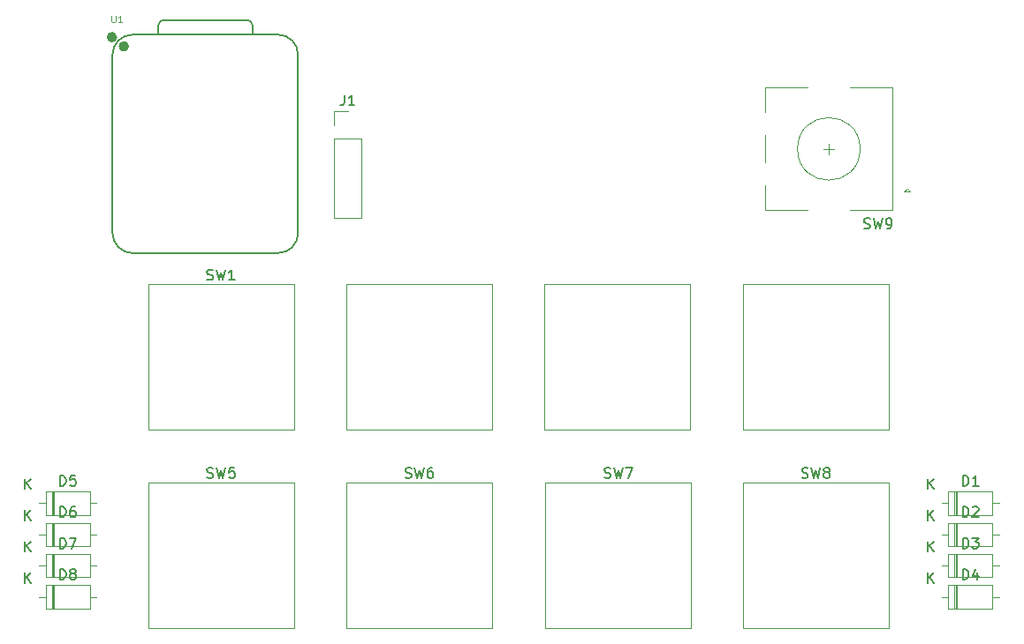
<source format=gbr>
%TF.GenerationSoftware,KiCad,Pcbnew,8.0.6*%
%TF.CreationDate,2024-10-26T22:47:32+05:30*%
%TF.ProjectId,Macropad,4d616372-6f70-4616-942e-6b696361645f,rev?*%
%TF.SameCoordinates,Original*%
%TF.FileFunction,Legend,Top*%
%TF.FilePolarity,Positive*%
%FSLAX46Y46*%
G04 Gerber Fmt 4.6, Leading zero omitted, Abs format (unit mm)*
G04 Created by KiCad (PCBNEW 8.0.6) date 2024-10-26 22:47:32*
%MOMM*%
%LPD*%
G01*
G04 APERTURE LIST*
%ADD10C,0.150000*%
%ADD11C,0.101600*%
%ADD12C,0.120000*%
%ADD13C,0.127000*%
%ADD14C,0.100000*%
%ADD15C,0.504000*%
G04 APERTURE END LIST*
D10*
X72571905Y-136334819D02*
X72571905Y-135334819D01*
X72571905Y-135334819D02*
X72810000Y-135334819D01*
X72810000Y-135334819D02*
X72952857Y-135382438D01*
X72952857Y-135382438D02*
X73048095Y-135477676D01*
X73048095Y-135477676D02*
X73095714Y-135572914D01*
X73095714Y-135572914D02*
X73143333Y-135763390D01*
X73143333Y-135763390D02*
X73143333Y-135906247D01*
X73143333Y-135906247D02*
X73095714Y-136096723D01*
X73095714Y-136096723D02*
X73048095Y-136191961D01*
X73048095Y-136191961D02*
X72952857Y-136287200D01*
X72952857Y-136287200D02*
X72810000Y-136334819D01*
X72810000Y-136334819D02*
X72571905Y-136334819D01*
X73714762Y-135763390D02*
X73619524Y-135715771D01*
X73619524Y-135715771D02*
X73571905Y-135668152D01*
X73571905Y-135668152D02*
X73524286Y-135572914D01*
X73524286Y-135572914D02*
X73524286Y-135525295D01*
X73524286Y-135525295D02*
X73571905Y-135430057D01*
X73571905Y-135430057D02*
X73619524Y-135382438D01*
X73619524Y-135382438D02*
X73714762Y-135334819D01*
X73714762Y-135334819D02*
X73905238Y-135334819D01*
X73905238Y-135334819D02*
X74000476Y-135382438D01*
X74000476Y-135382438D02*
X74048095Y-135430057D01*
X74048095Y-135430057D02*
X74095714Y-135525295D01*
X74095714Y-135525295D02*
X74095714Y-135572914D01*
X74095714Y-135572914D02*
X74048095Y-135668152D01*
X74048095Y-135668152D02*
X74000476Y-135715771D01*
X74000476Y-135715771D02*
X73905238Y-135763390D01*
X73905238Y-135763390D02*
X73714762Y-135763390D01*
X73714762Y-135763390D02*
X73619524Y-135811009D01*
X73619524Y-135811009D02*
X73571905Y-135858628D01*
X73571905Y-135858628D02*
X73524286Y-135953866D01*
X73524286Y-135953866D02*
X73524286Y-136144342D01*
X73524286Y-136144342D02*
X73571905Y-136239580D01*
X73571905Y-136239580D02*
X73619524Y-136287200D01*
X73619524Y-136287200D02*
X73714762Y-136334819D01*
X73714762Y-136334819D02*
X73905238Y-136334819D01*
X73905238Y-136334819D02*
X74000476Y-136287200D01*
X74000476Y-136287200D02*
X74048095Y-136239580D01*
X74048095Y-136239580D02*
X74095714Y-136144342D01*
X74095714Y-136144342D02*
X74095714Y-135953866D01*
X74095714Y-135953866D02*
X74048095Y-135858628D01*
X74048095Y-135858628D02*
X74000476Y-135811009D01*
X74000476Y-135811009D02*
X73905238Y-135763390D01*
X69238095Y-136654819D02*
X69238095Y-135654819D01*
X69809523Y-136654819D02*
X69380952Y-136083390D01*
X69809523Y-135654819D02*
X69238095Y-136226247D01*
X149616667Y-102607200D02*
X149759524Y-102654819D01*
X149759524Y-102654819D02*
X149997619Y-102654819D01*
X149997619Y-102654819D02*
X150092857Y-102607200D01*
X150092857Y-102607200D02*
X150140476Y-102559580D01*
X150140476Y-102559580D02*
X150188095Y-102464342D01*
X150188095Y-102464342D02*
X150188095Y-102369104D01*
X150188095Y-102369104D02*
X150140476Y-102273866D01*
X150140476Y-102273866D02*
X150092857Y-102226247D01*
X150092857Y-102226247D02*
X149997619Y-102178628D01*
X149997619Y-102178628D02*
X149807143Y-102131009D01*
X149807143Y-102131009D02*
X149711905Y-102083390D01*
X149711905Y-102083390D02*
X149664286Y-102035771D01*
X149664286Y-102035771D02*
X149616667Y-101940533D01*
X149616667Y-101940533D02*
X149616667Y-101845295D01*
X149616667Y-101845295D02*
X149664286Y-101750057D01*
X149664286Y-101750057D02*
X149711905Y-101702438D01*
X149711905Y-101702438D02*
X149807143Y-101654819D01*
X149807143Y-101654819D02*
X150045238Y-101654819D01*
X150045238Y-101654819D02*
X150188095Y-101702438D01*
X150521429Y-101654819D02*
X150759524Y-102654819D01*
X150759524Y-102654819D02*
X150950000Y-101940533D01*
X150950000Y-101940533D02*
X151140476Y-102654819D01*
X151140476Y-102654819D02*
X151378572Y-101654819D01*
X151807143Y-102654819D02*
X151997619Y-102654819D01*
X151997619Y-102654819D02*
X152092857Y-102607200D01*
X152092857Y-102607200D02*
X152140476Y-102559580D01*
X152140476Y-102559580D02*
X152235714Y-102416723D01*
X152235714Y-102416723D02*
X152283333Y-102226247D01*
X152283333Y-102226247D02*
X152283333Y-101845295D01*
X152283333Y-101845295D02*
X152235714Y-101750057D01*
X152235714Y-101750057D02*
X152188095Y-101702438D01*
X152188095Y-101702438D02*
X152092857Y-101654819D01*
X152092857Y-101654819D02*
X151902381Y-101654819D01*
X151902381Y-101654819D02*
X151807143Y-101702438D01*
X151807143Y-101702438D02*
X151759524Y-101750057D01*
X151759524Y-101750057D02*
X151711905Y-101845295D01*
X151711905Y-101845295D02*
X151711905Y-102083390D01*
X151711905Y-102083390D02*
X151759524Y-102178628D01*
X151759524Y-102178628D02*
X151807143Y-102226247D01*
X151807143Y-102226247D02*
X151902381Y-102273866D01*
X151902381Y-102273866D02*
X152092857Y-102273866D01*
X152092857Y-102273866D02*
X152188095Y-102226247D01*
X152188095Y-102226247D02*
X152235714Y-102178628D01*
X152235714Y-102178628D02*
X152283333Y-102083390D01*
X143666667Y-126533200D02*
X143809524Y-126580819D01*
X143809524Y-126580819D02*
X144047619Y-126580819D01*
X144047619Y-126580819D02*
X144142857Y-126533200D01*
X144142857Y-126533200D02*
X144190476Y-126485580D01*
X144190476Y-126485580D02*
X144238095Y-126390342D01*
X144238095Y-126390342D02*
X144238095Y-126295104D01*
X144238095Y-126295104D02*
X144190476Y-126199866D01*
X144190476Y-126199866D02*
X144142857Y-126152247D01*
X144142857Y-126152247D02*
X144047619Y-126104628D01*
X144047619Y-126104628D02*
X143857143Y-126057009D01*
X143857143Y-126057009D02*
X143761905Y-126009390D01*
X143761905Y-126009390D02*
X143714286Y-125961771D01*
X143714286Y-125961771D02*
X143666667Y-125866533D01*
X143666667Y-125866533D02*
X143666667Y-125771295D01*
X143666667Y-125771295D02*
X143714286Y-125676057D01*
X143714286Y-125676057D02*
X143761905Y-125628438D01*
X143761905Y-125628438D02*
X143857143Y-125580819D01*
X143857143Y-125580819D02*
X144095238Y-125580819D01*
X144095238Y-125580819D02*
X144238095Y-125628438D01*
X144571429Y-125580819D02*
X144809524Y-126580819D01*
X144809524Y-126580819D02*
X145000000Y-125866533D01*
X145000000Y-125866533D02*
X145190476Y-126580819D01*
X145190476Y-126580819D02*
X145428572Y-125580819D01*
X145952381Y-126009390D02*
X145857143Y-125961771D01*
X145857143Y-125961771D02*
X145809524Y-125914152D01*
X145809524Y-125914152D02*
X145761905Y-125818914D01*
X145761905Y-125818914D02*
X145761905Y-125771295D01*
X145761905Y-125771295D02*
X145809524Y-125676057D01*
X145809524Y-125676057D02*
X145857143Y-125628438D01*
X145857143Y-125628438D02*
X145952381Y-125580819D01*
X145952381Y-125580819D02*
X146142857Y-125580819D01*
X146142857Y-125580819D02*
X146238095Y-125628438D01*
X146238095Y-125628438D02*
X146285714Y-125676057D01*
X146285714Y-125676057D02*
X146333333Y-125771295D01*
X146333333Y-125771295D02*
X146333333Y-125818914D01*
X146333333Y-125818914D02*
X146285714Y-125914152D01*
X146285714Y-125914152D02*
X146238095Y-125961771D01*
X146238095Y-125961771D02*
X146142857Y-126009390D01*
X146142857Y-126009390D02*
X145952381Y-126009390D01*
X145952381Y-126009390D02*
X145857143Y-126057009D01*
X145857143Y-126057009D02*
X145809524Y-126104628D01*
X145809524Y-126104628D02*
X145761905Y-126199866D01*
X145761905Y-126199866D02*
X145761905Y-126390342D01*
X145761905Y-126390342D02*
X145809524Y-126485580D01*
X145809524Y-126485580D02*
X145857143Y-126533200D01*
X145857143Y-126533200D02*
X145952381Y-126580819D01*
X145952381Y-126580819D02*
X146142857Y-126580819D01*
X146142857Y-126580819D02*
X146238095Y-126533200D01*
X146238095Y-126533200D02*
X146285714Y-126485580D01*
X146285714Y-126485580D02*
X146333333Y-126390342D01*
X146333333Y-126390342D02*
X146333333Y-126199866D01*
X146333333Y-126199866D02*
X146285714Y-126104628D01*
X146285714Y-126104628D02*
X146238095Y-126057009D01*
X146238095Y-126057009D02*
X146142857Y-126009390D01*
X159071905Y-136334819D02*
X159071905Y-135334819D01*
X159071905Y-135334819D02*
X159310000Y-135334819D01*
X159310000Y-135334819D02*
X159452857Y-135382438D01*
X159452857Y-135382438D02*
X159548095Y-135477676D01*
X159548095Y-135477676D02*
X159595714Y-135572914D01*
X159595714Y-135572914D02*
X159643333Y-135763390D01*
X159643333Y-135763390D02*
X159643333Y-135906247D01*
X159643333Y-135906247D02*
X159595714Y-136096723D01*
X159595714Y-136096723D02*
X159548095Y-136191961D01*
X159548095Y-136191961D02*
X159452857Y-136287200D01*
X159452857Y-136287200D02*
X159310000Y-136334819D01*
X159310000Y-136334819D02*
X159071905Y-136334819D01*
X160500476Y-135668152D02*
X160500476Y-136334819D01*
X160262381Y-135287200D02*
X160024286Y-136001485D01*
X160024286Y-136001485D02*
X160643333Y-136001485D01*
X155738095Y-136654819D02*
X155738095Y-135654819D01*
X156309523Y-136654819D02*
X155880952Y-136083390D01*
X156309523Y-135654819D02*
X155738095Y-136226247D01*
D11*
X77516190Y-82233479D02*
X77516190Y-82747526D01*
X77516190Y-82747526D02*
X77546428Y-82808002D01*
X77546428Y-82808002D02*
X77576666Y-82838241D01*
X77576666Y-82838241D02*
X77637142Y-82868479D01*
X77637142Y-82868479D02*
X77758095Y-82868479D01*
X77758095Y-82868479D02*
X77818571Y-82838241D01*
X77818571Y-82838241D02*
X77848809Y-82808002D01*
X77848809Y-82808002D02*
X77879047Y-82747526D01*
X77879047Y-82747526D02*
X77879047Y-82233479D01*
X78514047Y-82868479D02*
X78151190Y-82868479D01*
X78332618Y-82868479D02*
X78332618Y-82233479D01*
X78332618Y-82233479D02*
X78272142Y-82324193D01*
X78272142Y-82324193D02*
X78211666Y-82384669D01*
X78211666Y-82384669D02*
X78151190Y-82414907D01*
D10*
X105666667Y-126533200D02*
X105809524Y-126580819D01*
X105809524Y-126580819D02*
X106047619Y-126580819D01*
X106047619Y-126580819D02*
X106142857Y-126533200D01*
X106142857Y-126533200D02*
X106190476Y-126485580D01*
X106190476Y-126485580D02*
X106238095Y-126390342D01*
X106238095Y-126390342D02*
X106238095Y-126295104D01*
X106238095Y-126295104D02*
X106190476Y-126199866D01*
X106190476Y-126199866D02*
X106142857Y-126152247D01*
X106142857Y-126152247D02*
X106047619Y-126104628D01*
X106047619Y-126104628D02*
X105857143Y-126057009D01*
X105857143Y-126057009D02*
X105761905Y-126009390D01*
X105761905Y-126009390D02*
X105714286Y-125961771D01*
X105714286Y-125961771D02*
X105666667Y-125866533D01*
X105666667Y-125866533D02*
X105666667Y-125771295D01*
X105666667Y-125771295D02*
X105714286Y-125676057D01*
X105714286Y-125676057D02*
X105761905Y-125628438D01*
X105761905Y-125628438D02*
X105857143Y-125580819D01*
X105857143Y-125580819D02*
X106095238Y-125580819D01*
X106095238Y-125580819D02*
X106238095Y-125628438D01*
X106571429Y-125580819D02*
X106809524Y-126580819D01*
X106809524Y-126580819D02*
X107000000Y-125866533D01*
X107000000Y-125866533D02*
X107190476Y-126580819D01*
X107190476Y-126580819D02*
X107428572Y-125580819D01*
X108238095Y-125580819D02*
X108047619Y-125580819D01*
X108047619Y-125580819D02*
X107952381Y-125628438D01*
X107952381Y-125628438D02*
X107904762Y-125676057D01*
X107904762Y-125676057D02*
X107809524Y-125818914D01*
X107809524Y-125818914D02*
X107761905Y-126009390D01*
X107761905Y-126009390D02*
X107761905Y-126390342D01*
X107761905Y-126390342D02*
X107809524Y-126485580D01*
X107809524Y-126485580D02*
X107857143Y-126533200D01*
X107857143Y-126533200D02*
X107952381Y-126580819D01*
X107952381Y-126580819D02*
X108142857Y-126580819D01*
X108142857Y-126580819D02*
X108238095Y-126533200D01*
X108238095Y-126533200D02*
X108285714Y-126485580D01*
X108285714Y-126485580D02*
X108333333Y-126390342D01*
X108333333Y-126390342D02*
X108333333Y-126152247D01*
X108333333Y-126152247D02*
X108285714Y-126057009D01*
X108285714Y-126057009D02*
X108238095Y-126009390D01*
X108238095Y-126009390D02*
X108142857Y-125961771D01*
X108142857Y-125961771D02*
X107952381Y-125961771D01*
X107952381Y-125961771D02*
X107857143Y-126009390D01*
X107857143Y-126009390D02*
X107809524Y-126057009D01*
X107809524Y-126057009D02*
X107761905Y-126152247D01*
X159071905Y-127334819D02*
X159071905Y-126334819D01*
X159071905Y-126334819D02*
X159310000Y-126334819D01*
X159310000Y-126334819D02*
X159452857Y-126382438D01*
X159452857Y-126382438D02*
X159548095Y-126477676D01*
X159548095Y-126477676D02*
X159595714Y-126572914D01*
X159595714Y-126572914D02*
X159643333Y-126763390D01*
X159643333Y-126763390D02*
X159643333Y-126906247D01*
X159643333Y-126906247D02*
X159595714Y-127096723D01*
X159595714Y-127096723D02*
X159548095Y-127191961D01*
X159548095Y-127191961D02*
X159452857Y-127287200D01*
X159452857Y-127287200D02*
X159310000Y-127334819D01*
X159310000Y-127334819D02*
X159071905Y-127334819D01*
X160595714Y-127334819D02*
X160024286Y-127334819D01*
X160310000Y-127334819D02*
X160310000Y-126334819D01*
X160310000Y-126334819D02*
X160214762Y-126477676D01*
X160214762Y-126477676D02*
X160119524Y-126572914D01*
X160119524Y-126572914D02*
X160024286Y-126620533D01*
X155738095Y-127654819D02*
X155738095Y-126654819D01*
X156309523Y-127654819D02*
X155880952Y-127083390D01*
X156309523Y-126654819D02*
X155738095Y-127226247D01*
X72571905Y-133334819D02*
X72571905Y-132334819D01*
X72571905Y-132334819D02*
X72810000Y-132334819D01*
X72810000Y-132334819D02*
X72952857Y-132382438D01*
X72952857Y-132382438D02*
X73048095Y-132477676D01*
X73048095Y-132477676D02*
X73095714Y-132572914D01*
X73095714Y-132572914D02*
X73143333Y-132763390D01*
X73143333Y-132763390D02*
X73143333Y-132906247D01*
X73143333Y-132906247D02*
X73095714Y-133096723D01*
X73095714Y-133096723D02*
X73048095Y-133191961D01*
X73048095Y-133191961D02*
X72952857Y-133287200D01*
X72952857Y-133287200D02*
X72810000Y-133334819D01*
X72810000Y-133334819D02*
X72571905Y-133334819D01*
X73476667Y-132334819D02*
X74143333Y-132334819D01*
X74143333Y-132334819D02*
X73714762Y-133334819D01*
X69238095Y-133654819D02*
X69238095Y-132654819D01*
X69809523Y-133654819D02*
X69380952Y-133083390D01*
X69809523Y-132654819D02*
X69238095Y-133226247D01*
X99816666Y-89824819D02*
X99816666Y-90539104D01*
X99816666Y-90539104D02*
X99769047Y-90681961D01*
X99769047Y-90681961D02*
X99673809Y-90777200D01*
X99673809Y-90777200D02*
X99530952Y-90824819D01*
X99530952Y-90824819D02*
X99435714Y-90824819D01*
X100816666Y-90824819D02*
X100245238Y-90824819D01*
X100530952Y-90824819D02*
X100530952Y-89824819D01*
X100530952Y-89824819D02*
X100435714Y-89967676D01*
X100435714Y-89967676D02*
X100340476Y-90062914D01*
X100340476Y-90062914D02*
X100245238Y-90110533D01*
X86666667Y-107533200D02*
X86809524Y-107580819D01*
X86809524Y-107580819D02*
X87047619Y-107580819D01*
X87047619Y-107580819D02*
X87142857Y-107533200D01*
X87142857Y-107533200D02*
X87190476Y-107485580D01*
X87190476Y-107485580D02*
X87238095Y-107390342D01*
X87238095Y-107390342D02*
X87238095Y-107295104D01*
X87238095Y-107295104D02*
X87190476Y-107199866D01*
X87190476Y-107199866D02*
X87142857Y-107152247D01*
X87142857Y-107152247D02*
X87047619Y-107104628D01*
X87047619Y-107104628D02*
X86857143Y-107057009D01*
X86857143Y-107057009D02*
X86761905Y-107009390D01*
X86761905Y-107009390D02*
X86714286Y-106961771D01*
X86714286Y-106961771D02*
X86666667Y-106866533D01*
X86666667Y-106866533D02*
X86666667Y-106771295D01*
X86666667Y-106771295D02*
X86714286Y-106676057D01*
X86714286Y-106676057D02*
X86761905Y-106628438D01*
X86761905Y-106628438D02*
X86857143Y-106580819D01*
X86857143Y-106580819D02*
X87095238Y-106580819D01*
X87095238Y-106580819D02*
X87238095Y-106628438D01*
X87571429Y-106580819D02*
X87809524Y-107580819D01*
X87809524Y-107580819D02*
X88000000Y-106866533D01*
X88000000Y-106866533D02*
X88190476Y-107580819D01*
X88190476Y-107580819D02*
X88428572Y-106580819D01*
X89333333Y-107580819D02*
X88761905Y-107580819D01*
X89047619Y-107580819D02*
X89047619Y-106580819D01*
X89047619Y-106580819D02*
X88952381Y-106723676D01*
X88952381Y-106723676D02*
X88857143Y-106818914D01*
X88857143Y-106818914D02*
X88761905Y-106866533D01*
X159071905Y-130334819D02*
X159071905Y-129334819D01*
X159071905Y-129334819D02*
X159310000Y-129334819D01*
X159310000Y-129334819D02*
X159452857Y-129382438D01*
X159452857Y-129382438D02*
X159548095Y-129477676D01*
X159548095Y-129477676D02*
X159595714Y-129572914D01*
X159595714Y-129572914D02*
X159643333Y-129763390D01*
X159643333Y-129763390D02*
X159643333Y-129906247D01*
X159643333Y-129906247D02*
X159595714Y-130096723D01*
X159595714Y-130096723D02*
X159548095Y-130191961D01*
X159548095Y-130191961D02*
X159452857Y-130287200D01*
X159452857Y-130287200D02*
X159310000Y-130334819D01*
X159310000Y-130334819D02*
X159071905Y-130334819D01*
X160024286Y-129430057D02*
X160071905Y-129382438D01*
X160071905Y-129382438D02*
X160167143Y-129334819D01*
X160167143Y-129334819D02*
X160405238Y-129334819D01*
X160405238Y-129334819D02*
X160500476Y-129382438D01*
X160500476Y-129382438D02*
X160548095Y-129430057D01*
X160548095Y-129430057D02*
X160595714Y-129525295D01*
X160595714Y-129525295D02*
X160595714Y-129620533D01*
X160595714Y-129620533D02*
X160548095Y-129763390D01*
X160548095Y-129763390D02*
X159976667Y-130334819D01*
X159976667Y-130334819D02*
X160595714Y-130334819D01*
X155738095Y-130654819D02*
X155738095Y-129654819D01*
X156309523Y-130654819D02*
X155880952Y-130083390D01*
X156309523Y-129654819D02*
X155738095Y-130226247D01*
X159071905Y-133334819D02*
X159071905Y-132334819D01*
X159071905Y-132334819D02*
X159310000Y-132334819D01*
X159310000Y-132334819D02*
X159452857Y-132382438D01*
X159452857Y-132382438D02*
X159548095Y-132477676D01*
X159548095Y-132477676D02*
X159595714Y-132572914D01*
X159595714Y-132572914D02*
X159643333Y-132763390D01*
X159643333Y-132763390D02*
X159643333Y-132906247D01*
X159643333Y-132906247D02*
X159595714Y-133096723D01*
X159595714Y-133096723D02*
X159548095Y-133191961D01*
X159548095Y-133191961D02*
X159452857Y-133287200D01*
X159452857Y-133287200D02*
X159310000Y-133334819D01*
X159310000Y-133334819D02*
X159071905Y-133334819D01*
X159976667Y-132334819D02*
X160595714Y-132334819D01*
X160595714Y-132334819D02*
X160262381Y-132715771D01*
X160262381Y-132715771D02*
X160405238Y-132715771D01*
X160405238Y-132715771D02*
X160500476Y-132763390D01*
X160500476Y-132763390D02*
X160548095Y-132811009D01*
X160548095Y-132811009D02*
X160595714Y-132906247D01*
X160595714Y-132906247D02*
X160595714Y-133144342D01*
X160595714Y-133144342D02*
X160548095Y-133239580D01*
X160548095Y-133239580D02*
X160500476Y-133287200D01*
X160500476Y-133287200D02*
X160405238Y-133334819D01*
X160405238Y-133334819D02*
X160119524Y-133334819D01*
X160119524Y-133334819D02*
X160024286Y-133287200D01*
X160024286Y-133287200D02*
X159976667Y-133239580D01*
X155738095Y-133654819D02*
X155738095Y-132654819D01*
X156309523Y-133654819D02*
X155880952Y-133083390D01*
X156309523Y-132654819D02*
X155738095Y-133226247D01*
X86666667Y-126533200D02*
X86809524Y-126580819D01*
X86809524Y-126580819D02*
X87047619Y-126580819D01*
X87047619Y-126580819D02*
X87142857Y-126533200D01*
X87142857Y-126533200D02*
X87190476Y-126485580D01*
X87190476Y-126485580D02*
X87238095Y-126390342D01*
X87238095Y-126390342D02*
X87238095Y-126295104D01*
X87238095Y-126295104D02*
X87190476Y-126199866D01*
X87190476Y-126199866D02*
X87142857Y-126152247D01*
X87142857Y-126152247D02*
X87047619Y-126104628D01*
X87047619Y-126104628D02*
X86857143Y-126057009D01*
X86857143Y-126057009D02*
X86761905Y-126009390D01*
X86761905Y-126009390D02*
X86714286Y-125961771D01*
X86714286Y-125961771D02*
X86666667Y-125866533D01*
X86666667Y-125866533D02*
X86666667Y-125771295D01*
X86666667Y-125771295D02*
X86714286Y-125676057D01*
X86714286Y-125676057D02*
X86761905Y-125628438D01*
X86761905Y-125628438D02*
X86857143Y-125580819D01*
X86857143Y-125580819D02*
X87095238Y-125580819D01*
X87095238Y-125580819D02*
X87238095Y-125628438D01*
X87571429Y-125580819D02*
X87809524Y-126580819D01*
X87809524Y-126580819D02*
X88000000Y-125866533D01*
X88000000Y-125866533D02*
X88190476Y-126580819D01*
X88190476Y-126580819D02*
X88428572Y-125580819D01*
X89285714Y-125580819D02*
X88809524Y-125580819D01*
X88809524Y-125580819D02*
X88761905Y-126057009D01*
X88761905Y-126057009D02*
X88809524Y-126009390D01*
X88809524Y-126009390D02*
X88904762Y-125961771D01*
X88904762Y-125961771D02*
X89142857Y-125961771D01*
X89142857Y-125961771D02*
X89238095Y-126009390D01*
X89238095Y-126009390D02*
X89285714Y-126057009D01*
X89285714Y-126057009D02*
X89333333Y-126152247D01*
X89333333Y-126152247D02*
X89333333Y-126390342D01*
X89333333Y-126390342D02*
X89285714Y-126485580D01*
X89285714Y-126485580D02*
X89238095Y-126533200D01*
X89238095Y-126533200D02*
X89142857Y-126580819D01*
X89142857Y-126580819D02*
X88904762Y-126580819D01*
X88904762Y-126580819D02*
X88809524Y-126533200D01*
X88809524Y-126533200D02*
X88761905Y-126485580D01*
X72571905Y-130334819D02*
X72571905Y-129334819D01*
X72571905Y-129334819D02*
X72810000Y-129334819D01*
X72810000Y-129334819D02*
X72952857Y-129382438D01*
X72952857Y-129382438D02*
X73048095Y-129477676D01*
X73048095Y-129477676D02*
X73095714Y-129572914D01*
X73095714Y-129572914D02*
X73143333Y-129763390D01*
X73143333Y-129763390D02*
X73143333Y-129906247D01*
X73143333Y-129906247D02*
X73095714Y-130096723D01*
X73095714Y-130096723D02*
X73048095Y-130191961D01*
X73048095Y-130191961D02*
X72952857Y-130287200D01*
X72952857Y-130287200D02*
X72810000Y-130334819D01*
X72810000Y-130334819D02*
X72571905Y-130334819D01*
X74000476Y-129334819D02*
X73810000Y-129334819D01*
X73810000Y-129334819D02*
X73714762Y-129382438D01*
X73714762Y-129382438D02*
X73667143Y-129430057D01*
X73667143Y-129430057D02*
X73571905Y-129572914D01*
X73571905Y-129572914D02*
X73524286Y-129763390D01*
X73524286Y-129763390D02*
X73524286Y-130144342D01*
X73524286Y-130144342D02*
X73571905Y-130239580D01*
X73571905Y-130239580D02*
X73619524Y-130287200D01*
X73619524Y-130287200D02*
X73714762Y-130334819D01*
X73714762Y-130334819D02*
X73905238Y-130334819D01*
X73905238Y-130334819D02*
X74000476Y-130287200D01*
X74000476Y-130287200D02*
X74048095Y-130239580D01*
X74048095Y-130239580D02*
X74095714Y-130144342D01*
X74095714Y-130144342D02*
X74095714Y-129906247D01*
X74095714Y-129906247D02*
X74048095Y-129811009D01*
X74048095Y-129811009D02*
X74000476Y-129763390D01*
X74000476Y-129763390D02*
X73905238Y-129715771D01*
X73905238Y-129715771D02*
X73714762Y-129715771D01*
X73714762Y-129715771D02*
X73619524Y-129763390D01*
X73619524Y-129763390D02*
X73571905Y-129811009D01*
X73571905Y-129811009D02*
X73524286Y-129906247D01*
X69238095Y-130654819D02*
X69238095Y-129654819D01*
X69809523Y-130654819D02*
X69380952Y-130083390D01*
X69809523Y-129654819D02*
X69238095Y-130226247D01*
X72571905Y-127334819D02*
X72571905Y-126334819D01*
X72571905Y-126334819D02*
X72810000Y-126334819D01*
X72810000Y-126334819D02*
X72952857Y-126382438D01*
X72952857Y-126382438D02*
X73048095Y-126477676D01*
X73048095Y-126477676D02*
X73095714Y-126572914D01*
X73095714Y-126572914D02*
X73143333Y-126763390D01*
X73143333Y-126763390D02*
X73143333Y-126906247D01*
X73143333Y-126906247D02*
X73095714Y-127096723D01*
X73095714Y-127096723D02*
X73048095Y-127191961D01*
X73048095Y-127191961D02*
X72952857Y-127287200D01*
X72952857Y-127287200D02*
X72810000Y-127334819D01*
X72810000Y-127334819D02*
X72571905Y-127334819D01*
X74048095Y-126334819D02*
X73571905Y-126334819D01*
X73571905Y-126334819D02*
X73524286Y-126811009D01*
X73524286Y-126811009D02*
X73571905Y-126763390D01*
X73571905Y-126763390D02*
X73667143Y-126715771D01*
X73667143Y-126715771D02*
X73905238Y-126715771D01*
X73905238Y-126715771D02*
X74000476Y-126763390D01*
X74000476Y-126763390D02*
X74048095Y-126811009D01*
X74048095Y-126811009D02*
X74095714Y-126906247D01*
X74095714Y-126906247D02*
X74095714Y-127144342D01*
X74095714Y-127144342D02*
X74048095Y-127239580D01*
X74048095Y-127239580D02*
X74000476Y-127287200D01*
X74000476Y-127287200D02*
X73905238Y-127334819D01*
X73905238Y-127334819D02*
X73667143Y-127334819D01*
X73667143Y-127334819D02*
X73571905Y-127287200D01*
X73571905Y-127287200D02*
X73524286Y-127239580D01*
X69238095Y-127654819D02*
X69238095Y-126654819D01*
X69809523Y-127654819D02*
X69380952Y-127083390D01*
X69809523Y-126654819D02*
X69238095Y-127226247D01*
X124746667Y-126533200D02*
X124889524Y-126580819D01*
X124889524Y-126580819D02*
X125127619Y-126580819D01*
X125127619Y-126580819D02*
X125222857Y-126533200D01*
X125222857Y-126533200D02*
X125270476Y-126485580D01*
X125270476Y-126485580D02*
X125318095Y-126390342D01*
X125318095Y-126390342D02*
X125318095Y-126295104D01*
X125318095Y-126295104D02*
X125270476Y-126199866D01*
X125270476Y-126199866D02*
X125222857Y-126152247D01*
X125222857Y-126152247D02*
X125127619Y-126104628D01*
X125127619Y-126104628D02*
X124937143Y-126057009D01*
X124937143Y-126057009D02*
X124841905Y-126009390D01*
X124841905Y-126009390D02*
X124794286Y-125961771D01*
X124794286Y-125961771D02*
X124746667Y-125866533D01*
X124746667Y-125866533D02*
X124746667Y-125771295D01*
X124746667Y-125771295D02*
X124794286Y-125676057D01*
X124794286Y-125676057D02*
X124841905Y-125628438D01*
X124841905Y-125628438D02*
X124937143Y-125580819D01*
X124937143Y-125580819D02*
X125175238Y-125580819D01*
X125175238Y-125580819D02*
X125318095Y-125628438D01*
X125651429Y-125580819D02*
X125889524Y-126580819D01*
X125889524Y-126580819D02*
X126080000Y-125866533D01*
X126080000Y-125866533D02*
X126270476Y-126580819D01*
X126270476Y-126580819D02*
X126508572Y-125580819D01*
X126794286Y-125580819D02*
X127460952Y-125580819D01*
X127460952Y-125580819D02*
X127032381Y-126580819D01*
D12*
%TO.C,SW3*%
X119015000Y-108015000D02*
X132985000Y-108015000D01*
X119015000Y-121985000D02*
X119015000Y-108015000D01*
X132985000Y-108015000D02*
X132985000Y-121985000D01*
X132985000Y-121985000D02*
X119015000Y-121985000D01*
%TO.C,D8*%
X70540000Y-138000000D02*
X71190000Y-138000000D01*
X71190000Y-136880000D02*
X71190000Y-139120000D01*
X71190000Y-139120000D02*
X75430000Y-139120000D01*
X71790000Y-136880000D02*
X71790000Y-139120000D01*
X71910000Y-136880000D02*
X71910000Y-139120000D01*
X72030000Y-136880000D02*
X72030000Y-139120000D01*
X75430000Y-136880000D02*
X71190000Y-136880000D01*
X75430000Y-139120000D02*
X75430000Y-136880000D01*
X76080000Y-138000000D02*
X75430000Y-138000000D01*
%TO.C,SW9*%
X140150000Y-89100000D02*
X144250000Y-89100000D01*
X140150000Y-91500000D02*
X140150000Y-89100000D01*
X140150000Y-96300000D02*
X140150000Y-93700000D01*
X140150000Y-100900000D02*
X140150000Y-98500000D01*
X144250000Y-100900000D02*
X140150000Y-100900000D01*
X146250000Y-95500000D02*
X146250000Y-94500000D01*
X146750000Y-95000000D02*
X145750000Y-95000000D01*
X148250000Y-89100000D02*
X152350000Y-89100000D01*
X148250000Y-100900000D02*
X152350000Y-100900000D01*
X152350000Y-100900000D02*
X152350000Y-89100000D01*
X153450000Y-99100000D02*
X153750000Y-98800000D01*
X153750000Y-98800000D02*
X154050000Y-99100000D01*
X154050000Y-99100000D02*
X153450000Y-99100000D01*
X149250000Y-95000000D02*
G75*
G02*
X143250000Y-95000000I-3000000J0D01*
G01*
X143250000Y-95000000D02*
G75*
G02*
X149250000Y-95000000I3000000J0D01*
G01*
%TO.C,SW8*%
X138015000Y-127015000D02*
X151985000Y-127015000D01*
X138015000Y-140985000D02*
X138015000Y-127015000D01*
X151985000Y-127015000D02*
X151985000Y-140985000D01*
X151985000Y-140985000D02*
X138015000Y-140985000D01*
%TO.C,D4*%
X157040000Y-138000000D02*
X157690000Y-138000000D01*
X157690000Y-136880000D02*
X157690000Y-139120000D01*
X157690000Y-139120000D02*
X161930000Y-139120000D01*
X158290000Y-136880000D02*
X158290000Y-139120000D01*
X158410000Y-136880000D02*
X158410000Y-139120000D01*
X158530000Y-136880000D02*
X158530000Y-139120000D01*
X161930000Y-136880000D02*
X157690000Y-136880000D01*
X161930000Y-139120000D02*
X161930000Y-136880000D01*
X162580000Y-138000000D02*
X161930000Y-138000000D01*
%TO.C,SW4*%
X138015000Y-108015000D02*
X151985000Y-108015000D01*
X138015000Y-121985000D02*
X138015000Y-108015000D01*
X151985000Y-108015000D02*
X151985000Y-121985000D01*
X151985000Y-121985000D02*
X138015000Y-121985000D01*
D13*
%TO.C,U1*%
X77610000Y-103089000D02*
X77610000Y-85944000D01*
X79515000Y-104994000D02*
X93485000Y-104994000D01*
X82005000Y-84039000D02*
X82008728Y-83128728D01*
X82508728Y-82629000D02*
X90504000Y-82629000D01*
X91004000Y-83129000D02*
X91004000Y-84039000D01*
D14*
X93485000Y-84039000D02*
X79515000Y-84039000D01*
D13*
X93485000Y-84039000D02*
X79515000Y-84039000D01*
X95390000Y-103089000D02*
X95390000Y-85944000D01*
X77610000Y-85944000D02*
G75*
G02*
X79515000Y-84039000I1905001J-1D01*
G01*
X79515000Y-104994000D02*
G75*
G02*
X77610000Y-103089000I1J1905001D01*
G01*
X82008728Y-83128728D02*
G75*
G02*
X82508728Y-82629001I500018J-291D01*
G01*
X90504000Y-82629000D02*
G75*
G02*
X91004000Y-83129000I0J-500000D01*
G01*
X93485000Y-84039000D02*
G75*
G02*
X95390000Y-85944000I0J-1905000D01*
G01*
X95390000Y-103089000D02*
G75*
G02*
X93485000Y-104994000I-1905000J0D01*
G01*
D15*
X77802000Y-84280000D02*
G75*
G02*
X77298000Y-84280000I-252000J0D01*
G01*
X77298000Y-84280000D02*
G75*
G02*
X77802000Y-84280000I252000J0D01*
G01*
X78945000Y-85160000D02*
G75*
G02*
X78441000Y-85160000I-252000J0D01*
G01*
X78441000Y-85160000D02*
G75*
G02*
X78945000Y-85160000I252000J0D01*
G01*
D12*
%TO.C,SW6*%
X100015000Y-127015000D02*
X113985000Y-127015000D01*
X100015000Y-140985000D02*
X100015000Y-127015000D01*
X113985000Y-127015000D02*
X113985000Y-140985000D01*
X113985000Y-140985000D02*
X100015000Y-140985000D01*
%TO.C,D1*%
X157040000Y-129000000D02*
X157690000Y-129000000D01*
X157690000Y-127880000D02*
X157690000Y-130120000D01*
X157690000Y-130120000D02*
X161930000Y-130120000D01*
X158290000Y-127880000D02*
X158290000Y-130120000D01*
X158410000Y-127880000D02*
X158410000Y-130120000D01*
X158530000Y-127880000D02*
X158530000Y-130120000D01*
X161930000Y-127880000D02*
X157690000Y-127880000D01*
X161930000Y-130120000D02*
X161930000Y-127880000D01*
X162580000Y-129000000D02*
X161930000Y-129000000D01*
%TO.C,D7*%
X70540000Y-135000000D02*
X71190000Y-135000000D01*
X71190000Y-133880000D02*
X71190000Y-136120000D01*
X71190000Y-136120000D02*
X75430000Y-136120000D01*
X71790000Y-133880000D02*
X71790000Y-136120000D01*
X71910000Y-133880000D02*
X71910000Y-136120000D01*
X72030000Y-133880000D02*
X72030000Y-136120000D01*
X75430000Y-133880000D02*
X71190000Y-133880000D01*
X75430000Y-136120000D02*
X75430000Y-133880000D01*
X76080000Y-135000000D02*
X75430000Y-135000000D01*
%TO.C,J1*%
X98820000Y-91370000D02*
X100150000Y-91370000D01*
X98820000Y-92700000D02*
X98820000Y-91370000D01*
X98820000Y-93970000D02*
X98820000Y-101650000D01*
X98820000Y-93970000D02*
X101480000Y-93970000D01*
X98820000Y-101650000D02*
X101480000Y-101650000D01*
X101480000Y-93970000D02*
X101480000Y-101650000D01*
%TO.C,SW2*%
X100015000Y-108015000D02*
X113985000Y-108015000D01*
X100015000Y-121985000D02*
X100015000Y-108015000D01*
X113985000Y-108015000D02*
X113985000Y-121985000D01*
X113985000Y-121985000D02*
X100015000Y-121985000D01*
%TO.C,SW1*%
X81015000Y-108015000D02*
X94985000Y-108015000D01*
X81015000Y-121985000D02*
X81015000Y-108015000D01*
X94985000Y-108015000D02*
X94985000Y-121985000D01*
X94985000Y-121985000D02*
X81015000Y-121985000D01*
%TO.C,D2*%
X157040000Y-132000000D02*
X157690000Y-132000000D01*
X157690000Y-130880000D02*
X157690000Y-133120000D01*
X157690000Y-133120000D02*
X161930000Y-133120000D01*
X158290000Y-130880000D02*
X158290000Y-133120000D01*
X158410000Y-130880000D02*
X158410000Y-133120000D01*
X158530000Y-130880000D02*
X158530000Y-133120000D01*
X161930000Y-130880000D02*
X157690000Y-130880000D01*
X161930000Y-133120000D02*
X161930000Y-130880000D01*
X162580000Y-132000000D02*
X161930000Y-132000000D01*
%TO.C,D3*%
X157040000Y-135000000D02*
X157690000Y-135000000D01*
X157690000Y-133880000D02*
X157690000Y-136120000D01*
X157690000Y-136120000D02*
X161930000Y-136120000D01*
X158290000Y-133880000D02*
X158290000Y-136120000D01*
X158410000Y-133880000D02*
X158410000Y-136120000D01*
X158530000Y-133880000D02*
X158530000Y-136120000D01*
X161930000Y-133880000D02*
X157690000Y-133880000D01*
X161930000Y-136120000D02*
X161930000Y-133880000D01*
X162580000Y-135000000D02*
X161930000Y-135000000D01*
%TO.C,SW5*%
X81015000Y-127015000D02*
X94985000Y-127015000D01*
X81015000Y-140985000D02*
X81015000Y-127015000D01*
X94985000Y-127015000D02*
X94985000Y-140985000D01*
X94985000Y-140985000D02*
X81015000Y-140985000D01*
%TO.C,D6*%
X70540000Y-132000000D02*
X71190000Y-132000000D01*
X71190000Y-130880000D02*
X71190000Y-133120000D01*
X71190000Y-133120000D02*
X75430000Y-133120000D01*
X71790000Y-130880000D02*
X71790000Y-133120000D01*
X71910000Y-130880000D02*
X71910000Y-133120000D01*
X72030000Y-130880000D02*
X72030000Y-133120000D01*
X75430000Y-130880000D02*
X71190000Y-130880000D01*
X75430000Y-133120000D02*
X75430000Y-130880000D01*
X76080000Y-132000000D02*
X75430000Y-132000000D01*
%TO.C,D5*%
X70540000Y-129000000D02*
X71190000Y-129000000D01*
X71190000Y-127880000D02*
X71190000Y-130120000D01*
X71190000Y-130120000D02*
X75430000Y-130120000D01*
X71790000Y-127880000D02*
X71790000Y-130120000D01*
X71910000Y-127880000D02*
X71910000Y-130120000D01*
X72030000Y-127880000D02*
X72030000Y-130120000D01*
X75430000Y-127880000D02*
X71190000Y-127880000D01*
X75430000Y-130120000D02*
X75430000Y-127880000D01*
X76080000Y-129000000D02*
X75430000Y-129000000D01*
%TO.C,SW7*%
X119095000Y-127015000D02*
X133065000Y-127015000D01*
X119095000Y-140985000D02*
X119095000Y-127015000D01*
X133065000Y-127015000D02*
X133065000Y-140985000D01*
X133065000Y-140985000D02*
X119095000Y-140985000D01*
%TD*%
M02*

</source>
